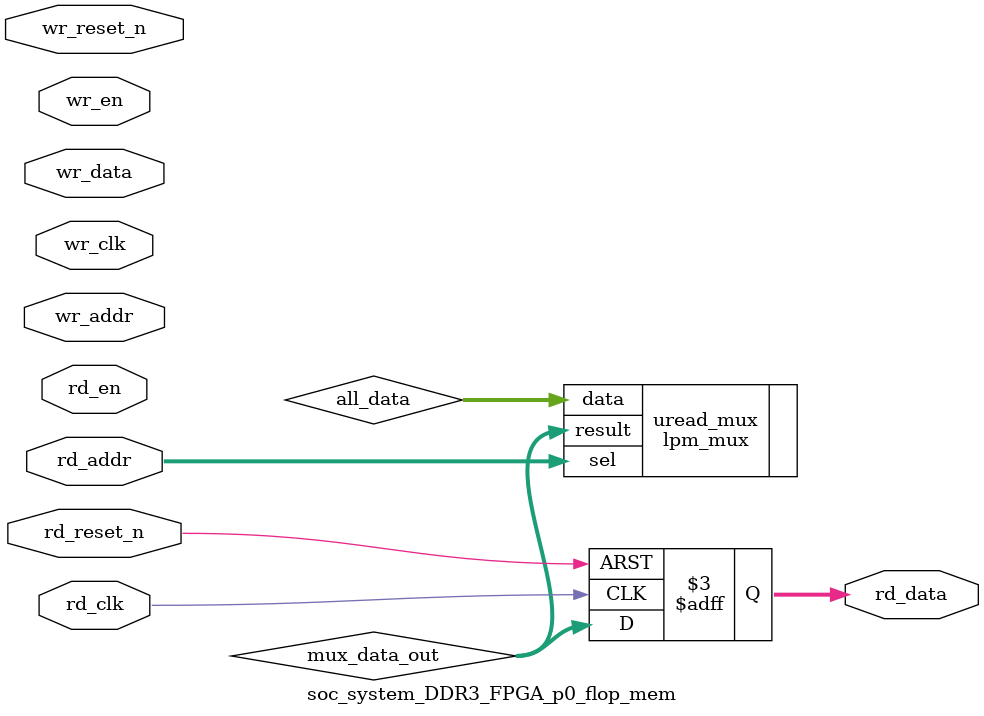
<source format=v>



`timescale 1 ps / 1 ps

(* altera_attribute = "-name ALLOW_SYNCH_CTRL_USAGE ON;-name AUTO_CLOCK_ENABLE_RECOGNITION ON" *)
module soc_system_DDR3_FPGA_p0_flop_mem(
	wr_reset_n,
	wr_clk,
	wr_en,
	wr_addr,
	wr_data,
	rd_reset_n,
	rd_clk,
	rd_en,
	rd_addr,
	rd_data
);

parameter WRITE_MEM_DEPTH	= "";
parameter WRITE_ADDR_WIDTH	= "";
parameter WRITE_DATA_WIDTH	= "";
parameter READ_MEM_DEPTH	= "";
parameter READ_ADDR_WIDTH	= "";		 
parameter READ_DATA_WIDTH	= "";


input	wr_reset_n;
input	wr_clk;
input	wr_en;
input	[WRITE_ADDR_WIDTH-1:0] wr_addr;
input	[WRITE_DATA_WIDTH-1:0] wr_data;
input	rd_reset_n;
input	rd_clk;
input	rd_en;
input	[READ_ADDR_WIDTH-1:0] rd_addr;
output	[READ_DATA_WIDTH-1:0] rd_data;



wire	[WRITE_DATA_WIDTH*WRITE_MEM_DEPTH-1:0] all_data;
wire	[READ_DATA_WIDTH-1:0] mux_data_out;



// declare a memory with WRITE_MEM_DEPTH entries
// each entry contains a data size of WRITE_DATA_WIDTH
reg	[WRITE_DATA_WIDTH-1:0] data_stored [0:WRITE_MEM_DEPTH-1] /* synthesis syn_preserve = 1 */;
reg	[READ_DATA_WIDTH-1:0] rd_data;

generate
genvar entry;
	for (entry=0; entry < WRITE_MEM_DEPTH; entry=entry+1)
	begin: mem_location
		assign all_data[(WRITE_DATA_WIDTH*(entry+1)-1) : (WRITE_DATA_WIDTH*entry)] = data_stored[entry]; 
		
		always @(posedge wr_clk or negedge wr_reset_n)
		begin
			if (~wr_reset_n) begin
				data_stored[entry] <= {WRITE_DATA_WIDTH{1'b0}};
			end else begin
				if (wr_en) begin
					if (entry == wr_addr) begin
						data_stored[entry] <= wr_data;
					end
				end
			end
		end		
	end
endgenerate

// mux to select the correct output data based on read address
lpm_mux	uread_mux(
	.sel (rd_addr),
	.data (all_data),
	.result (mux_data_out)
	// synopsys translate_off
	,
	.aclr (),
	.clken (),
	.clock ()
	// synopsys translate_on
	);
 defparam uread_mux.lpm_size = READ_MEM_DEPTH;
 defparam uread_mux.lpm_type = "LPM_MUX";
 defparam uread_mux.lpm_width = READ_DATA_WIDTH;
 defparam uread_mux.lpm_widths = READ_ADDR_WIDTH;

always @(posedge rd_clk or negedge rd_reset_n)	
begin
	if (~rd_reset_n) begin
		rd_data <= {READ_DATA_WIDTH{1'b0}};
	end else begin
		rd_data <= mux_data_out;
	end
end

endmodule

</source>
